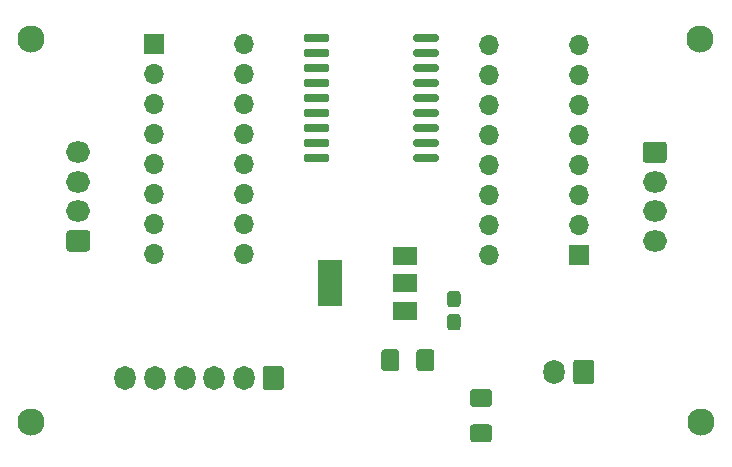
<source format=gbr>
%TF.GenerationSoftware,KiCad,Pcbnew,(5.1.6)-1*%
%TF.CreationDate,2020-07-30T09:39:53+02:00*%
%TF.ProjectId,motor-controller,6d6f746f-722d-4636-9f6e-74726f6c6c65,rev?*%
%TF.SameCoordinates,Original*%
%TF.FileFunction,Soldermask,Top*%
%TF.FilePolarity,Negative*%
%FSLAX46Y46*%
G04 Gerber Fmt 4.6, Leading zero omitted, Abs format (unit mm)*
G04 Created by KiCad (PCBNEW (5.1.6)-1) date 2020-07-30 09:39:53*
%MOMM*%
%LPD*%
G01*
G04 APERTURE LIST*
%ADD10O,1.700000X1.700000*%
%ADD11R,1.700000X1.700000*%
%ADD12R,2.100000X1.600000*%
%ADD13R,2.100000X3.900000*%
%ADD14O,2.050000X1.800000*%
%ADD15O,1.800000X2.050000*%
%ADD16O,1.800000X2.100000*%
%ADD17C,2.300000*%
G04 APERTURE END LIST*
D10*
%TO.C,U4*%
X100520000Y-134200000D03*
X92900000Y-151980000D03*
X100520000Y-136740000D03*
X92900000Y-149440000D03*
X100520000Y-139280000D03*
X92900000Y-146900000D03*
X100520000Y-141820000D03*
X92900000Y-144360000D03*
X100520000Y-144360000D03*
X92900000Y-141820000D03*
X100520000Y-146900000D03*
X92900000Y-139280000D03*
X100520000Y-149440000D03*
X92900000Y-136740000D03*
X100520000Y-151980000D03*
D11*
X92900000Y-134200000D03*
%TD*%
%TO.C,R1*%
G36*
G01*
X115125000Y-161657456D02*
X115125000Y-160342544D01*
G75*
G02*
X115392544Y-160075000I267544J0D01*
G01*
X116382456Y-160075000D01*
G75*
G02*
X116650000Y-160342544I0J-267544D01*
G01*
X116650000Y-161657456D01*
G75*
G02*
X116382456Y-161925000I-267544J0D01*
G01*
X115392544Y-161925000D01*
G75*
G02*
X115125000Y-161657456I0J267544D01*
G01*
G37*
G36*
G01*
X112150000Y-161657456D02*
X112150000Y-160342544D01*
G75*
G02*
X112417544Y-160075000I267544J0D01*
G01*
X113407456Y-160075000D01*
G75*
G02*
X113675000Y-160342544I0J-267544D01*
G01*
X113675000Y-161657456D01*
G75*
G02*
X113407456Y-161925000I-267544J0D01*
G01*
X112417544Y-161925000D01*
G75*
G02*
X112150000Y-161657456I0J267544D01*
G01*
G37*
%TD*%
%TO.C,C1*%
G36*
G01*
X117998809Y-157075000D02*
X118601191Y-157075000D01*
G75*
G02*
X118875000Y-157348809I0J-273809D01*
G01*
X118875000Y-158201191D01*
G75*
G02*
X118601191Y-158475000I-273809J0D01*
G01*
X117998809Y-158475000D01*
G75*
G02*
X117725000Y-158201191I0J273809D01*
G01*
X117725000Y-157348809D01*
G75*
G02*
X117998809Y-157075000I273809J0D01*
G01*
G37*
G36*
G01*
X117998809Y-155125000D02*
X118601191Y-155125000D01*
G75*
G02*
X118875000Y-155398809I0J-273809D01*
G01*
X118875000Y-156251191D01*
G75*
G02*
X118601191Y-156525000I-273809J0D01*
G01*
X117998809Y-156525000D01*
G75*
G02*
X117725000Y-156251191I0J273809D01*
G01*
X117725000Y-155398809D01*
G75*
G02*
X117998809Y-155125000I273809J0D01*
G01*
G37*
%TD*%
D12*
%TO.C,U1*%
X114150000Y-156800000D03*
X114150000Y-152200000D03*
X114150000Y-154500000D03*
D13*
X107850000Y-154500000D03*
%TD*%
%TO.C,U2*%
G36*
G01*
X114875000Y-133895000D02*
X114875000Y-133545000D01*
G75*
G02*
X115050000Y-133370000I175000J0D01*
G01*
X116850000Y-133370000D01*
G75*
G02*
X117025000Y-133545000I0J-175000D01*
G01*
X117025000Y-133895000D01*
G75*
G02*
X116850000Y-134070000I-175000J0D01*
G01*
X115050000Y-134070000D01*
G75*
G02*
X114875000Y-133895000I0J175000D01*
G01*
G37*
G36*
G01*
X114875000Y-135165000D02*
X114875000Y-134815000D01*
G75*
G02*
X115050000Y-134640000I175000J0D01*
G01*
X116850000Y-134640000D01*
G75*
G02*
X117025000Y-134815000I0J-175000D01*
G01*
X117025000Y-135165000D01*
G75*
G02*
X116850000Y-135340000I-175000J0D01*
G01*
X115050000Y-135340000D01*
G75*
G02*
X114875000Y-135165000I0J175000D01*
G01*
G37*
G36*
G01*
X114875000Y-136435000D02*
X114875000Y-136085000D01*
G75*
G02*
X115050000Y-135910000I175000J0D01*
G01*
X116850000Y-135910000D01*
G75*
G02*
X117025000Y-136085000I0J-175000D01*
G01*
X117025000Y-136435000D01*
G75*
G02*
X116850000Y-136610000I-175000J0D01*
G01*
X115050000Y-136610000D01*
G75*
G02*
X114875000Y-136435000I0J175000D01*
G01*
G37*
G36*
G01*
X114875000Y-137705000D02*
X114875000Y-137355000D01*
G75*
G02*
X115050000Y-137180000I175000J0D01*
G01*
X116850000Y-137180000D01*
G75*
G02*
X117025000Y-137355000I0J-175000D01*
G01*
X117025000Y-137705000D01*
G75*
G02*
X116850000Y-137880000I-175000J0D01*
G01*
X115050000Y-137880000D01*
G75*
G02*
X114875000Y-137705000I0J175000D01*
G01*
G37*
G36*
G01*
X114875000Y-138975000D02*
X114875000Y-138625000D01*
G75*
G02*
X115050000Y-138450000I175000J0D01*
G01*
X116850000Y-138450000D01*
G75*
G02*
X117025000Y-138625000I0J-175000D01*
G01*
X117025000Y-138975000D01*
G75*
G02*
X116850000Y-139150000I-175000J0D01*
G01*
X115050000Y-139150000D01*
G75*
G02*
X114875000Y-138975000I0J175000D01*
G01*
G37*
G36*
G01*
X114875000Y-140245000D02*
X114875000Y-139895000D01*
G75*
G02*
X115050000Y-139720000I175000J0D01*
G01*
X116850000Y-139720000D01*
G75*
G02*
X117025000Y-139895000I0J-175000D01*
G01*
X117025000Y-140245000D01*
G75*
G02*
X116850000Y-140420000I-175000J0D01*
G01*
X115050000Y-140420000D01*
G75*
G02*
X114875000Y-140245000I0J175000D01*
G01*
G37*
G36*
G01*
X114875000Y-141515000D02*
X114875000Y-141165000D01*
G75*
G02*
X115050000Y-140990000I175000J0D01*
G01*
X116850000Y-140990000D01*
G75*
G02*
X117025000Y-141165000I0J-175000D01*
G01*
X117025000Y-141515000D01*
G75*
G02*
X116850000Y-141690000I-175000J0D01*
G01*
X115050000Y-141690000D01*
G75*
G02*
X114875000Y-141515000I0J175000D01*
G01*
G37*
G36*
G01*
X114875000Y-142785000D02*
X114875000Y-142435000D01*
G75*
G02*
X115050000Y-142260000I175000J0D01*
G01*
X116850000Y-142260000D01*
G75*
G02*
X117025000Y-142435000I0J-175000D01*
G01*
X117025000Y-142785000D01*
G75*
G02*
X116850000Y-142960000I-175000J0D01*
G01*
X115050000Y-142960000D01*
G75*
G02*
X114875000Y-142785000I0J175000D01*
G01*
G37*
G36*
G01*
X114875000Y-144055000D02*
X114875000Y-143705000D01*
G75*
G02*
X115050000Y-143530000I175000J0D01*
G01*
X116850000Y-143530000D01*
G75*
G02*
X117025000Y-143705000I0J-175000D01*
G01*
X117025000Y-144055000D01*
G75*
G02*
X116850000Y-144230000I-175000J0D01*
G01*
X115050000Y-144230000D01*
G75*
G02*
X114875000Y-144055000I0J175000D01*
G01*
G37*
G36*
G01*
X105575000Y-144055000D02*
X105575000Y-143705000D01*
G75*
G02*
X105750000Y-143530000I175000J0D01*
G01*
X107550000Y-143530000D01*
G75*
G02*
X107725000Y-143705000I0J-175000D01*
G01*
X107725000Y-144055000D01*
G75*
G02*
X107550000Y-144230000I-175000J0D01*
G01*
X105750000Y-144230000D01*
G75*
G02*
X105575000Y-144055000I0J175000D01*
G01*
G37*
G36*
G01*
X105575000Y-142785000D02*
X105575000Y-142435000D01*
G75*
G02*
X105750000Y-142260000I175000J0D01*
G01*
X107550000Y-142260000D01*
G75*
G02*
X107725000Y-142435000I0J-175000D01*
G01*
X107725000Y-142785000D01*
G75*
G02*
X107550000Y-142960000I-175000J0D01*
G01*
X105750000Y-142960000D01*
G75*
G02*
X105575000Y-142785000I0J175000D01*
G01*
G37*
G36*
G01*
X105575000Y-141515000D02*
X105575000Y-141165000D01*
G75*
G02*
X105750000Y-140990000I175000J0D01*
G01*
X107550000Y-140990000D01*
G75*
G02*
X107725000Y-141165000I0J-175000D01*
G01*
X107725000Y-141515000D01*
G75*
G02*
X107550000Y-141690000I-175000J0D01*
G01*
X105750000Y-141690000D01*
G75*
G02*
X105575000Y-141515000I0J175000D01*
G01*
G37*
G36*
G01*
X105575000Y-140245000D02*
X105575000Y-139895000D01*
G75*
G02*
X105750000Y-139720000I175000J0D01*
G01*
X107550000Y-139720000D01*
G75*
G02*
X107725000Y-139895000I0J-175000D01*
G01*
X107725000Y-140245000D01*
G75*
G02*
X107550000Y-140420000I-175000J0D01*
G01*
X105750000Y-140420000D01*
G75*
G02*
X105575000Y-140245000I0J175000D01*
G01*
G37*
G36*
G01*
X105575000Y-138975000D02*
X105575000Y-138625000D01*
G75*
G02*
X105750000Y-138450000I175000J0D01*
G01*
X107550000Y-138450000D01*
G75*
G02*
X107725000Y-138625000I0J-175000D01*
G01*
X107725000Y-138975000D01*
G75*
G02*
X107550000Y-139150000I-175000J0D01*
G01*
X105750000Y-139150000D01*
G75*
G02*
X105575000Y-138975000I0J175000D01*
G01*
G37*
G36*
G01*
X105575000Y-137705000D02*
X105575000Y-137355000D01*
G75*
G02*
X105750000Y-137180000I175000J0D01*
G01*
X107550000Y-137180000D01*
G75*
G02*
X107725000Y-137355000I0J-175000D01*
G01*
X107725000Y-137705000D01*
G75*
G02*
X107550000Y-137880000I-175000J0D01*
G01*
X105750000Y-137880000D01*
G75*
G02*
X105575000Y-137705000I0J175000D01*
G01*
G37*
G36*
G01*
X105575000Y-136435000D02*
X105575000Y-136085000D01*
G75*
G02*
X105750000Y-135910000I175000J0D01*
G01*
X107550000Y-135910000D01*
G75*
G02*
X107725000Y-136085000I0J-175000D01*
G01*
X107725000Y-136435000D01*
G75*
G02*
X107550000Y-136610000I-175000J0D01*
G01*
X105750000Y-136610000D01*
G75*
G02*
X105575000Y-136435000I0J175000D01*
G01*
G37*
G36*
G01*
X105575000Y-135165000D02*
X105575000Y-134815000D01*
G75*
G02*
X105750000Y-134640000I175000J0D01*
G01*
X107550000Y-134640000D01*
G75*
G02*
X107725000Y-134815000I0J-175000D01*
G01*
X107725000Y-135165000D01*
G75*
G02*
X107550000Y-135340000I-175000J0D01*
G01*
X105750000Y-135340000D01*
G75*
G02*
X105575000Y-135165000I0J175000D01*
G01*
G37*
G36*
G01*
X105575000Y-133895000D02*
X105575000Y-133545000D01*
G75*
G02*
X105750000Y-133370000I175000J0D01*
G01*
X107550000Y-133370000D01*
G75*
G02*
X107725000Y-133545000I0J-175000D01*
G01*
X107725000Y-133895000D01*
G75*
G02*
X107550000Y-134070000I-175000J0D01*
G01*
X105750000Y-134070000D01*
G75*
G02*
X105575000Y-133895000I0J175000D01*
G01*
G37*
%TD*%
D10*
%TO.C,U3*%
X121280000Y-152100000D03*
X128900000Y-134320000D03*
X121280000Y-149560000D03*
X128900000Y-136860000D03*
X121280000Y-147020000D03*
X128900000Y-139400000D03*
X121280000Y-144480000D03*
X128900000Y-141940000D03*
X121280000Y-141940000D03*
X128900000Y-144480000D03*
X121280000Y-139400000D03*
X128900000Y-147020000D03*
X121280000Y-136860000D03*
X128900000Y-149560000D03*
X121280000Y-134320000D03*
D11*
X128900000Y-152100000D03*
%TD*%
D14*
%TO.C,J4*%
X86500000Y-143400000D03*
X86500000Y-145900000D03*
X86500000Y-148400000D03*
G36*
G01*
X87260294Y-151800000D02*
X85739706Y-151800000D01*
G75*
G02*
X85475000Y-151535294I0J264706D01*
G01*
X85475000Y-150264706D01*
G75*
G02*
X85739706Y-150000000I264706J0D01*
G01*
X87260294Y-150000000D01*
G75*
G02*
X87525000Y-150264706I0J-264706D01*
G01*
X87525000Y-151535294D01*
G75*
G02*
X87260294Y-151800000I-264706J0D01*
G01*
G37*
%TD*%
%TO.C,J3*%
X135300000Y-150900000D03*
X135300000Y-148400000D03*
X135300000Y-145900000D03*
G36*
G01*
X134539706Y-142500000D02*
X136060294Y-142500000D01*
G75*
G02*
X136325000Y-142764706I0J-264706D01*
G01*
X136325000Y-144035294D01*
G75*
G02*
X136060294Y-144300000I-264706J0D01*
G01*
X134539706Y-144300000D01*
G75*
G02*
X134275000Y-144035294I0J264706D01*
G01*
X134275000Y-142764706D01*
G75*
G02*
X134539706Y-142500000I264706J0D01*
G01*
G37*
%TD*%
D15*
%TO.C,J2*%
X90500000Y-162500000D03*
X93000000Y-162500000D03*
X95500000Y-162500000D03*
X98000000Y-162500000D03*
X100500000Y-162500000D03*
G36*
G01*
X103900000Y-161739706D02*
X103900000Y-163260294D01*
G75*
G02*
X103635294Y-163525000I-264706J0D01*
G01*
X102364706Y-163525000D01*
G75*
G02*
X102100000Y-163260294I0J264706D01*
G01*
X102100000Y-161739706D01*
G75*
G02*
X102364706Y-161475000I264706J0D01*
G01*
X103635294Y-161475000D01*
G75*
G02*
X103900000Y-161739706I0J-264706D01*
G01*
G37*
%TD*%
D16*
%TO.C,J1*%
X126800000Y-162000000D03*
G36*
G01*
X130200000Y-161214706D02*
X130200000Y-162785294D01*
G75*
G02*
X129935294Y-163050000I-264706J0D01*
G01*
X128664706Y-163050000D01*
G75*
G02*
X128400000Y-162785294I0J264706D01*
G01*
X128400000Y-161214706D01*
G75*
G02*
X128664706Y-160950000I264706J0D01*
G01*
X129935294Y-160950000D01*
G75*
G02*
X130200000Y-161214706I0J-264706D01*
G01*
G37*
%TD*%
D17*
%TO.C,H4*%
X82500000Y-166200000D03*
%TD*%
%TO.C,H3*%
X139100000Y-133800000D03*
%TD*%
%TO.C,H2*%
X82500000Y-133800000D03*
%TD*%
%TO.C,H1*%
X139200000Y-166200000D03*
%TD*%
%TO.C,D1*%
G36*
G01*
X121257456Y-164975000D02*
X119942544Y-164975000D01*
G75*
G02*
X119675000Y-164707456I0J267544D01*
G01*
X119675000Y-163717544D01*
G75*
G02*
X119942544Y-163450000I267544J0D01*
G01*
X121257456Y-163450000D01*
G75*
G02*
X121525000Y-163717544I0J-267544D01*
G01*
X121525000Y-164707456D01*
G75*
G02*
X121257456Y-164975000I-267544J0D01*
G01*
G37*
G36*
G01*
X121257456Y-167950000D02*
X119942544Y-167950000D01*
G75*
G02*
X119675000Y-167682456I0J267544D01*
G01*
X119675000Y-166692544D01*
G75*
G02*
X119942544Y-166425000I267544J0D01*
G01*
X121257456Y-166425000D01*
G75*
G02*
X121525000Y-166692544I0J-267544D01*
G01*
X121525000Y-167682456D01*
G75*
G02*
X121257456Y-167950000I-267544J0D01*
G01*
G37*
%TD*%
M02*

</source>
